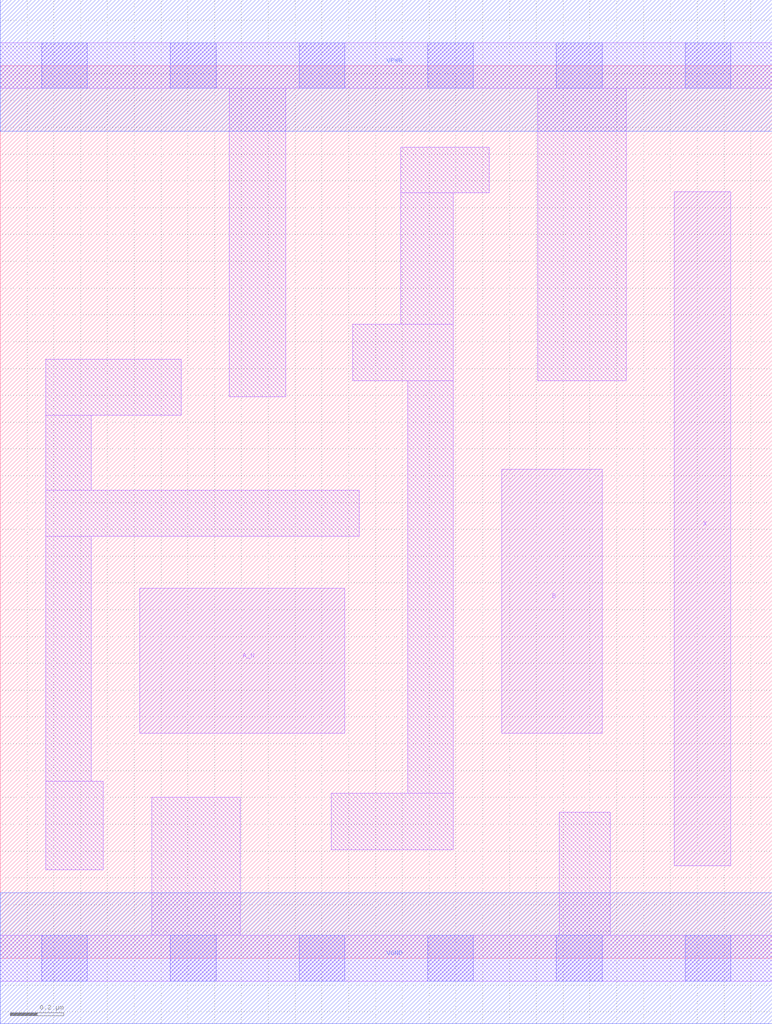
<source format=lef>
# Copyright 2020 The SkyWater PDK Authors
#
# Licensed under the Apache License, Version 2.0 (the "License");
# you may not use this file except in compliance with the License.
# You may obtain a copy of the License at
#
#     https://www.apache.org/licenses/LICENSE-2.0
#
# Unless required by applicable law or agreed to in writing, software
# distributed under the License is distributed on an "AS IS" BASIS,
# WITHOUT WARRANTIES OR CONDITIONS OF ANY KIND, either express or implied.
# See the License for the specific language governing permissions and
# limitations under the License.
#
# SPDX-License-Identifier: Apache-2.0

VERSION 5.7 ;
  NAMESCASESENSITIVE ON ;
  NOWIREEXTENSIONATPIN ON ;
  DIVIDERCHAR "/" ;
  BUSBITCHARS "[]" ;
UNITS
  DATABASE MICRONS 200 ;
END UNITS
MACRO sky130_fd_sc_lp__and2b_m
  CLASS CORE ;
  SOURCE USER ;
  FOREIGN sky130_fd_sc_lp__and2b_m ;
  ORIGIN  0.000000  0.000000 ;
  SIZE  2.880000 BY  3.330000 ;
  SYMMETRY X Y R90 ;
  SITE unit ;
  PIN A_N
    ANTENNAGATEAREA  0.126000 ;
    DIRECTION INPUT ;
    USE SIGNAL ;
    PORT
      LAYER li1 ;
        RECT 0.520000 0.840000 1.285000 1.380000 ;
    END
  END A_N
  PIN B
    ANTENNAGATEAREA  0.126000 ;
    DIRECTION INPUT ;
    USE SIGNAL ;
    PORT
      LAYER li1 ;
        RECT 1.870000 0.840000 2.245000 1.825000 ;
    END
  END B
  PIN X
    ANTENNADIFFAREA  0.222600 ;
    DIRECTION OUTPUT ;
    USE SIGNAL ;
    PORT
      LAYER li1 ;
        RECT 2.515000 0.345000 2.725000 2.860000 ;
    END
  END X
  PIN VGND
    DIRECTION INOUT ;
    USE GROUND ;
    PORT
      LAYER met1 ;
        RECT 0.000000 -0.245000 2.880000 0.245000 ;
    END
  END VGND
  PIN VPWR
    DIRECTION INOUT ;
    USE POWER ;
    PORT
      LAYER met1 ;
        RECT 0.000000 3.085000 2.880000 3.575000 ;
    END
  END VPWR
  OBS
    LAYER li1 ;
      RECT 0.000000 -0.085000 2.880000 0.085000 ;
      RECT 0.000000  3.245000 2.880000 3.415000 ;
      RECT 0.170000  0.330000 0.385000 0.660000 ;
      RECT 0.170000  0.660000 0.340000 1.575000 ;
      RECT 0.170000  1.575000 1.340000 1.745000 ;
      RECT 0.170000  1.745000 0.340000 2.025000 ;
      RECT 0.170000  2.025000 0.675000 2.235000 ;
      RECT 0.565000  0.085000 0.895000 0.600000 ;
      RECT 0.855000  2.095000 1.065000 3.245000 ;
      RECT 1.235000  0.405000 1.690000 0.615000 ;
      RECT 1.315000  2.155000 1.690000 2.365000 ;
      RECT 1.495000  2.365000 1.690000 2.855000 ;
      RECT 1.495000  2.855000 1.825000 3.025000 ;
      RECT 1.520000  0.615000 1.690000 2.155000 ;
      RECT 2.005000  2.155000 2.335000 3.245000 ;
      RECT 2.085000  0.085000 2.275000 0.545000 ;
    LAYER mcon ;
      RECT 0.155000 -0.085000 0.325000 0.085000 ;
      RECT 0.155000  3.245000 0.325000 3.415000 ;
      RECT 0.635000 -0.085000 0.805000 0.085000 ;
      RECT 0.635000  3.245000 0.805000 3.415000 ;
      RECT 1.115000 -0.085000 1.285000 0.085000 ;
      RECT 1.115000  3.245000 1.285000 3.415000 ;
      RECT 1.595000 -0.085000 1.765000 0.085000 ;
      RECT 1.595000  3.245000 1.765000 3.415000 ;
      RECT 2.075000 -0.085000 2.245000 0.085000 ;
      RECT 2.075000  3.245000 2.245000 3.415000 ;
      RECT 2.555000 -0.085000 2.725000 0.085000 ;
      RECT 2.555000  3.245000 2.725000 3.415000 ;
  END
END sky130_fd_sc_lp__and2b_m
END LIBRARY

</source>
